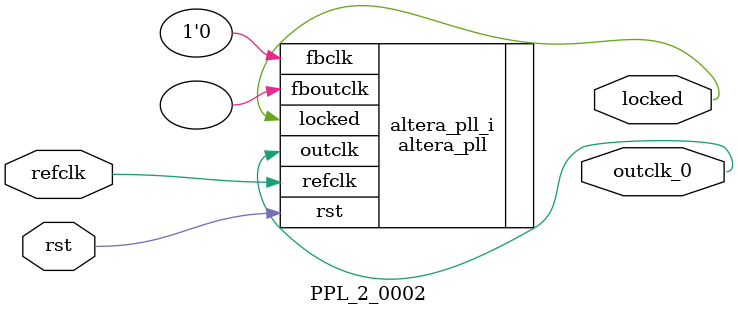
<source format=v>
`timescale 1ns/10ps
module  PPL_2_0002(

	// interface 'refclk'
	input wire refclk,

	// interface 'reset'
	input wire rst,

	// interface 'outclk0'
	output wire outclk_0,

	// interface 'locked'
	output wire locked
);

	altera_pll #(
		.fractional_vco_multiplier("false"),
		.reference_clock_frequency("27.0 MHz"),
		.operation_mode("direct"),
		.number_of_clocks(1),
		.output_clock_frequency0("280.125000 MHz"),
		.phase_shift0("0 ps"),
		.duty_cycle0(50),
		.output_clock_frequency1("0 MHz"),
		.phase_shift1("0 ps"),
		.duty_cycle1(50),
		.output_clock_frequency2("0 MHz"),
		.phase_shift2("0 ps"),
		.duty_cycle2(50),
		.output_clock_frequency3("0 MHz"),
		.phase_shift3("0 ps"),
		.duty_cycle3(50),
		.output_clock_frequency4("0 MHz"),
		.phase_shift4("0 ps"),
		.duty_cycle4(50),
		.output_clock_frequency5("0 MHz"),
		.phase_shift5("0 ps"),
		.duty_cycle5(50),
		.output_clock_frequency6("0 MHz"),
		.phase_shift6("0 ps"),
		.duty_cycle6(50),
		.output_clock_frequency7("0 MHz"),
		.phase_shift7("0 ps"),
		.duty_cycle7(50),
		.output_clock_frequency8("0 MHz"),
		.phase_shift8("0 ps"),
		.duty_cycle8(50),
		.output_clock_frequency9("0 MHz"),
		.phase_shift9("0 ps"),
		.duty_cycle9(50),
		.output_clock_frequency10("0 MHz"),
		.phase_shift10("0 ps"),
		.duty_cycle10(50),
		.output_clock_frequency11("0 MHz"),
		.phase_shift11("0 ps"),
		.duty_cycle11(50),
		.output_clock_frequency12("0 MHz"),
		.phase_shift12("0 ps"),
		.duty_cycle12(50),
		.output_clock_frequency13("0 MHz"),
		.phase_shift13("0 ps"),
		.duty_cycle13(50),
		.output_clock_frequency14("0 MHz"),
		.phase_shift14("0 ps"),
		.duty_cycle14(50),
		.output_clock_frequency15("0 MHz"),
		.phase_shift15("0 ps"),
		.duty_cycle15(50),
		.output_clock_frequency16("0 MHz"),
		.phase_shift16("0 ps"),
		.duty_cycle16(50),
		.output_clock_frequency17("0 MHz"),
		.phase_shift17("0 ps"),
		.duty_cycle17(50),
		.pll_type("General"),
		.pll_subtype("General")
	) altera_pll_i (
		.rst	(rst),
		.outclk	({outclk_0}),
		.locked	(locked),
		.fboutclk	( ),
		.fbclk	(1'b0),
		.refclk	(refclk)
	);
endmodule


</source>
